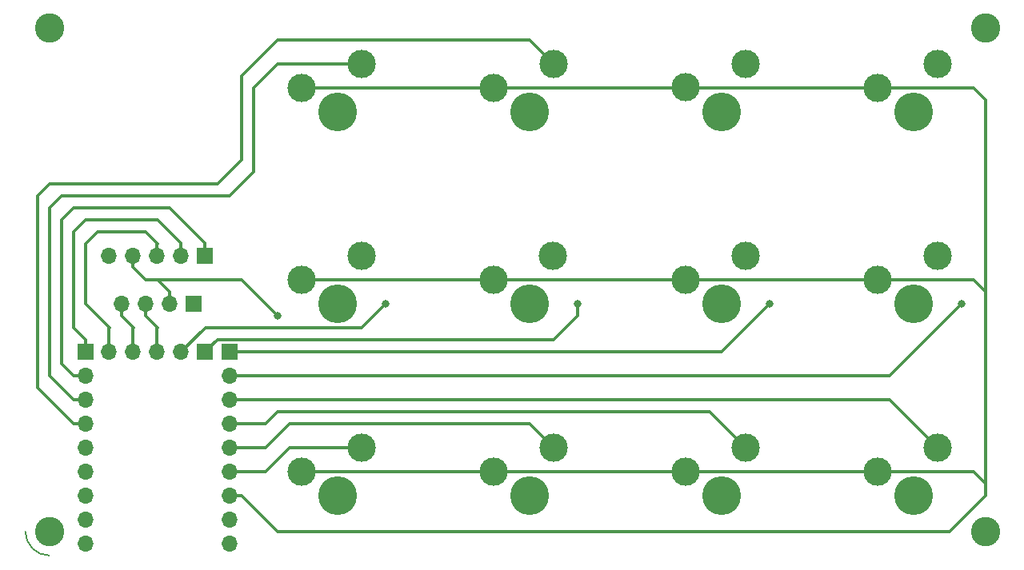
<source format=gbr>
%TF.GenerationSoftware,KiCad,Pcbnew,(6.0.5)*%
%TF.CreationDate,2022-05-30T13:32:29+08:00*%
%TF.ProjectId,keyboard_V2,6b657962-6f61-4726-945f-56322e6b6963,rev?*%
%TF.SameCoordinates,Original*%
%TF.FileFunction,Copper,L2,Bot*%
%TF.FilePolarity,Positive*%
%FSLAX46Y46*%
G04 Gerber Fmt 4.6, Leading zero omitted, Abs format (unit mm)*
G04 Created by KiCad (PCBNEW (6.0.5)) date 2022-05-30 13:32:29*
%MOMM*%
%LPD*%
G01*
G04 APERTURE LIST*
%TA.AperFunction,NonConductor*%
%ADD10C,0.200000*%
%TD*%
%TA.AperFunction,ComponentPad*%
%ADD11C,3.000000*%
%TD*%
%TA.AperFunction,ComponentPad*%
%ADD12R,1.700000X1.700000*%
%TD*%
%TA.AperFunction,ComponentPad*%
%ADD13O,1.700000X1.700000*%
%TD*%
%TA.AperFunction,ViaPad*%
%ADD14C,0.800000*%
%TD*%
%TA.AperFunction,ViaPad*%
%ADD15C,3.100000*%
%TD*%
%TA.AperFunction,ViaPad*%
%ADD16C,4.100000*%
%TD*%
%TA.AperFunction,Conductor*%
%ADD17C,0.304800*%
%TD*%
G04 APERTURE END LIST*
D10*
X30480000Y-106680000D02*
G75*
G03*
X33020000Y-109220000I2540000J0D01*
G01*
D11*
%TO.P,,1*%
%TO.N,N/C*%
X120650000Y-59690000D03*
%TD*%
%TO.P,,1*%
%TO.N,N/C*%
X80010000Y-80010000D03*
%TD*%
%TO.P,,1*%
%TO.N,N/C*%
X66040000Y-77470000D03*
%TD*%
%TO.P,,1*%
%TO.N,N/C*%
X127000000Y-77470000D03*
%TD*%
%TO.P,,1*%
%TO.N,N/C*%
X59690000Y-59690000D03*
%TD*%
%TO.P,,1*%
%TO.N,N/C*%
X120650000Y-100330000D03*
%TD*%
%TO.P,,1*%
%TO.N,N/C*%
X86360000Y-97790000D03*
%TD*%
%TO.P,,1*%
%TO.N,N/C*%
X80010000Y-59690000D03*
%TD*%
%TO.P,,1*%
%TO.N,N/C*%
X100316608Y-100318499D03*
%TD*%
%TO.P,,1*%
%TO.N,N/C*%
X86340782Y-77460391D03*
%TD*%
%TO.P,,1*%
%TO.N,N/C*%
X80010000Y-100330000D03*
%TD*%
%TO.P,,1*%
%TO.N,N/C*%
X106680000Y-97790000D03*
%TD*%
%TO.P,,1*%
%TO.N,N/C*%
X59690000Y-80010000D03*
%TD*%
%TO.P,,1*%
%TO.N,N/C*%
X106680000Y-77470000D03*
%TD*%
%TO.P,,1*%
%TO.N,N/C*%
X106680000Y-57150000D03*
%TD*%
%TO.P,,1*%
%TO.N,N/C*%
X100316608Y-59659281D03*
%TD*%
%TO.P,,1*%
%TO.N,N/C*%
X127000000Y-97790000D03*
%TD*%
%TO.P,,1*%
%TO.N,N/C*%
X66040000Y-97790000D03*
%TD*%
%TO.P,,1*%
%TO.N,N/C*%
X100316608Y-79988890D03*
%TD*%
%TO.P,,1*%
%TO.N,N/C*%
X86360000Y-57150000D03*
%TD*%
%TO.P,,1*%
%TO.N,N/C*%
X127000000Y-57150000D03*
%TD*%
%TO.P,,1*%
%TO.N,N/C*%
X66040000Y-57150000D03*
%TD*%
%TO.P,,1*%
%TO.N,N/C*%
X59690000Y-100330000D03*
%TD*%
%TO.P,,1*%
%TO.N,N/C*%
X120646217Y-79988890D03*
%TD*%
D12*
%TO.P,REF\u002A\u002A,1*%
%TO.N,N/C*%
X48260000Y-82550000D03*
D13*
%TO.P,REF\u002A\u002A,2*%
X45720000Y-82550000D03*
%TO.P,REF\u002A\u002A,3*%
X43180000Y-82550000D03*
%TO.P,REF\u002A\u002A,4*%
X40640000Y-82550000D03*
%TD*%
D12*
%TO.P,REF\u002A\u002A,1*%
%TO.N,N/C*%
X49500000Y-87655000D03*
D13*
%TO.P,REF\u002A\u002A,2*%
X46960000Y-87655000D03*
%TO.P,REF\u002A\u002A,3*%
X44420000Y-87655000D03*
%TO.P,REF\u002A\u002A,4*%
X41880000Y-87655000D03*
%TO.P,REF\u002A\u002A,5*%
X39340000Y-87655000D03*
%TD*%
D12*
%TO.P,REF\u002A\u002A,1*%
%TO.N,N/C*%
X36830000Y-87630000D03*
D13*
%TO.P,REF\u002A\u002A,2*%
X36830000Y-90170000D03*
%TO.P,REF\u002A\u002A,3*%
X36830000Y-92710000D03*
%TO.P,REF\u002A\u002A,4*%
X36830000Y-95250000D03*
%TO.P,REF\u002A\u002A,5*%
X36830000Y-97790000D03*
%TO.P,REF\u002A\u002A,6*%
X36830000Y-100330000D03*
%TO.P,REF\u002A\u002A,7*%
X36830000Y-102870000D03*
%TO.P,REF\u002A\u002A,8*%
X36830000Y-105410000D03*
%TO.P,REF\u002A\u002A,9*%
X36830000Y-107950000D03*
%TD*%
D12*
%TO.P,REF\u002A\u002A,1*%
%TO.N,N/C*%
X52095000Y-87640000D03*
D13*
%TO.P,REF\u002A\u002A,2*%
X52095000Y-90180000D03*
%TO.P,REF\u002A\u002A,3*%
X52095000Y-92720000D03*
%TO.P,REF\u002A\u002A,4*%
X52095000Y-95260000D03*
%TO.P,REF\u002A\u002A,5*%
X52095000Y-97800000D03*
%TO.P,REF\u002A\u002A,6*%
X52095000Y-100340000D03*
%TO.P,REF\u002A\u002A,7*%
X52095000Y-102880000D03*
%TO.P,REF\u002A\u002A,8*%
X52095000Y-105420000D03*
%TO.P,REF\u002A\u002A,9*%
X52095000Y-107960000D03*
%TD*%
D12*
%TO.P,REF\u002A\u002A,1*%
%TO.N,N/C*%
X49500000Y-77495000D03*
D13*
%TO.P,REF\u002A\u002A,2*%
X46960000Y-77495000D03*
%TO.P,REF\u002A\u002A,3*%
X44420000Y-77495000D03*
%TO.P,REF\u002A\u002A,4*%
X41880000Y-77495000D03*
%TO.P,REF\u002A\u002A,5*%
X39340000Y-77495000D03*
%TD*%
D14*
%TO.N,*%
X57150000Y-83820000D03*
X129540000Y-82550000D03*
X68580000Y-82550000D03*
X88900000Y-82550000D03*
X109220000Y-82550000D03*
D15*
X33020000Y-106680000D03*
X33020000Y-53340000D03*
D16*
X83820000Y-82550000D03*
X124460000Y-82550000D03*
X104140000Y-102870000D03*
X83820000Y-102870000D03*
X63500000Y-82550000D03*
X124460000Y-62230000D03*
D15*
X132080000Y-106680000D03*
D16*
X83820000Y-62230000D03*
X63500000Y-102870000D03*
X104140000Y-82550000D03*
X124460000Y-102870000D03*
X63500000Y-62230000D03*
X104140000Y-62230000D03*
D15*
X132080000Y-53340000D03*
%TD*%
D17*
%TO.N,*%
X35560000Y-95250000D02*
X36830000Y-95250000D01*
X31750000Y-91440000D02*
X35560000Y-95250000D01*
X33020000Y-69850000D02*
X31750000Y-71120000D01*
X57150000Y-54610000D02*
X53340000Y-58420000D01*
X53340000Y-58420000D02*
X53340000Y-67310000D01*
X31750000Y-71120000D02*
X31750000Y-91440000D01*
X53340000Y-67310000D02*
X50800000Y-69850000D01*
X83820000Y-54610000D02*
X57150000Y-54610000D01*
X50800000Y-69850000D02*
X33020000Y-69850000D01*
X86360000Y-57150000D02*
X83820000Y-54610000D01*
X35560000Y-92710000D02*
X36830000Y-92710000D01*
X33020000Y-90170000D02*
X35560000Y-92710000D01*
X33020000Y-72390000D02*
X33020000Y-90170000D01*
X34290000Y-71120000D02*
X33020000Y-72390000D01*
X52070000Y-71120000D02*
X34290000Y-71120000D01*
X54610000Y-68580000D02*
X52070000Y-71120000D01*
X54610000Y-59690000D02*
X54610000Y-68580000D01*
X57150000Y-57150000D02*
X54610000Y-59690000D01*
X66040000Y-57150000D02*
X57150000Y-57150000D01*
X34290000Y-88900000D02*
X35560000Y-90170000D01*
X34290000Y-73660000D02*
X34290000Y-88900000D01*
X35560000Y-72390000D02*
X34290000Y-73660000D01*
X45720000Y-72390000D02*
X35560000Y-72390000D01*
X35560000Y-90170000D02*
X36830000Y-90170000D01*
X49500000Y-76170000D02*
X45720000Y-72390000D01*
X49500000Y-77495000D02*
X49500000Y-76170000D01*
X35560000Y-85090000D02*
X36830000Y-86360000D01*
X35560000Y-74930000D02*
X35560000Y-85090000D01*
X36830000Y-73660000D02*
X35560000Y-74930000D01*
X44450000Y-73660000D02*
X36830000Y-73660000D01*
X36830000Y-86360000D02*
X36830000Y-87630000D01*
X46960000Y-76170000D02*
X44450000Y-73660000D01*
X46960000Y-77495000D02*
X46960000Y-76170000D01*
X39370000Y-85090000D02*
X39340000Y-85120000D01*
X36830000Y-82550000D02*
X39370000Y-85090000D01*
X36830000Y-76200000D02*
X36830000Y-82550000D01*
X43180000Y-74930000D02*
X38100000Y-74930000D01*
X44450000Y-76200000D02*
X43180000Y-74930000D01*
X38100000Y-74930000D02*
X36830000Y-76200000D01*
X44420000Y-76230000D02*
X44450000Y-76200000D01*
X44420000Y-77495000D02*
X44420000Y-76230000D01*
X39340000Y-85120000D02*
X39340000Y-87655000D01*
X41880000Y-85120000D02*
X41880000Y-87655000D01*
X41910000Y-85090000D02*
X41880000Y-85120000D01*
X40640000Y-83820000D02*
X41910000Y-85090000D01*
X40640000Y-82550000D02*
X40640000Y-83820000D01*
X43180000Y-83820000D02*
X44450000Y-85090000D01*
X43180000Y-82550000D02*
X43180000Y-83820000D01*
X44450000Y-85090000D02*
X44420000Y-85120000D01*
X44420000Y-85120000D02*
X44420000Y-87655000D01*
X53340000Y-80010000D02*
X57150000Y-83820000D01*
X44450000Y-80010000D02*
X53340000Y-80010000D01*
X45720000Y-81280000D02*
X45720000Y-82550000D01*
X44450000Y-80010000D02*
X45720000Y-81280000D01*
X43180000Y-80010000D02*
X44450000Y-80010000D01*
X41880000Y-78710000D02*
X43180000Y-80010000D01*
X41880000Y-77495000D02*
X41880000Y-78710000D01*
X66040000Y-85090000D02*
X68580000Y-82550000D01*
X49530000Y-85090000D02*
X66040000Y-85090000D01*
X49525000Y-85090000D02*
X49530000Y-85090000D01*
X46960000Y-87655000D02*
X49525000Y-85090000D01*
X86360000Y-86360000D02*
X88900000Y-83820000D01*
X88900000Y-83820000D02*
X88900000Y-82550000D01*
X50800000Y-86360000D02*
X86360000Y-86360000D01*
X49505000Y-87655000D02*
X50800000Y-86360000D01*
X49500000Y-87655000D02*
X49505000Y-87655000D01*
X104130000Y-87640000D02*
X52095000Y-87640000D01*
X109220000Y-82550000D02*
X104130000Y-87640000D01*
X121910000Y-90180000D02*
X52095000Y-90180000D01*
X129540000Y-82550000D02*
X121910000Y-90180000D01*
X121930000Y-92720000D02*
X127000000Y-97790000D01*
X52095000Y-92720000D02*
X121930000Y-92720000D01*
X102870000Y-93980000D02*
X106680000Y-97790000D01*
X55870000Y-95260000D02*
X57150000Y-93980000D01*
X52095000Y-95260000D02*
X55870000Y-95260000D01*
X57150000Y-93980000D02*
X102870000Y-93980000D01*
X83820000Y-95250000D02*
X86360000Y-97790000D01*
X58420000Y-95250000D02*
X83820000Y-95250000D01*
X55870000Y-97800000D02*
X58420000Y-95250000D01*
X52095000Y-97800000D02*
X55870000Y-97800000D01*
X55870000Y-100340000D02*
X52095000Y-100340000D01*
X58420000Y-97790000D02*
X55870000Y-100340000D01*
X66040000Y-97790000D02*
X58420000Y-97790000D01*
X130810000Y-59690000D02*
X132080000Y-60960000D01*
X59690000Y-59690000D02*
X130810000Y-59690000D01*
X132080000Y-60960000D02*
X132080000Y-80010000D01*
X130810000Y-80010000D02*
X132080000Y-81280000D01*
X59690000Y-80010000D02*
X130810000Y-80010000D01*
X130810000Y-100330000D02*
X132080000Y-101600000D01*
X59690000Y-100330000D02*
X130810000Y-100330000D01*
X132080000Y-101600000D02*
X132080000Y-102870000D01*
X132080000Y-80010000D02*
X132080000Y-101600000D01*
X53330000Y-102880000D02*
X52095000Y-102880000D01*
X57150000Y-106680000D02*
X53340000Y-102870000D01*
X128270000Y-106680000D02*
X57150000Y-106680000D01*
X53340000Y-102870000D02*
X53330000Y-102880000D01*
X132080000Y-102870000D02*
X128270000Y-106680000D01*
%TD*%
M02*

</source>
